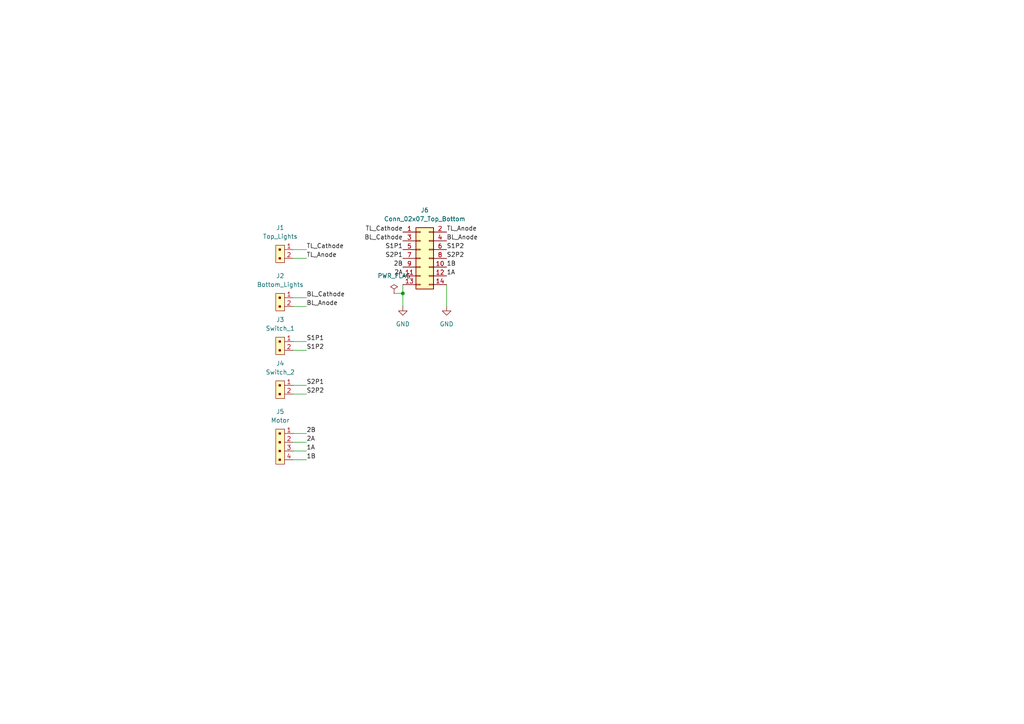
<source format=kicad_sch>
(kicad_sch (version 20231120) (generator "eeschema") (generator_version "8.0")
  (paper "A4")
  (lib_symbols
    (symbol "B2B-XH-A_LF__SN__1" (pin_names (offset 1.016))
      (property "Reference" "J" (at -2.54 -1.27 0))
      (property "Value" "B2B-XH-A_LF__SN_" (at 1.27 -3.81 0))
      (symbol "B2B-XH-A_LF__SN__1_1_1"
        (rectangle (start -1.27 0) (end 3.81 -2.54) (fill (type background)))
        (rectangle (start -0.254 -1.143) (end 0.254 -1.651) (fill (type outline)))
        (rectangle (start 2.286 -1.143) (end 2.794 -1.651) (fill (type outline)))
        (pin passive line (at 0 2.54 270) (length 2.54) (name "~") (number "1"))
        (pin passive line (at 2.54 2.54 270) (length 2.54) (name "~") (number "2"))
      )
    )
    (symbol "B2B-XH-A_LF__SN__2" (pin_names (offset 1.016))
      (property "Reference" "J" (at -2.54 -1.27 0))
      (property "Value" "B2B-XH-A_LF__SN_" (at 1.27 -3.81 0))
      (symbol "B2B-XH-A_LF__SN__2_1_1"
        (rectangle (start -1.27 0) (end 3.81 -2.54) (fill (type background)))
        (rectangle (start -0.254 -1.143) (end 0.254 -1.651) (fill (type outline)))
        (rectangle (start 2.286 -1.143) (end 2.794 -1.651) (fill (type outline)))
        (pin passive line (at 0 2.54 270) (length 2.54) (name "~") (number "1"))
        (pin passive line (at 2.54 2.54 270) (length 2.54) (name "~") (number "2"))
      )
    )
    (symbol "B2B-XH-A_LF__SN__3" (pin_names (offset 1.016))
      (property "Reference" "J" (at -2.54 -1.27 0))
      (property "Value" "B2B-XH-A_LF__SN_" (at 1.27 -3.81 0))
      (symbol "B2B-XH-A_LF__SN__3_1_1"
        (rectangle (start -1.27 0) (end 3.81 -2.54) (fill (type background)))
        (rectangle (start -0.254 -1.143) (end 0.254 -1.651) (fill (type outline)))
        (rectangle (start 2.286 -1.143) (end 2.794 -1.651) (fill (type outline)))
        (pin passive line (at 0 2.54 270) (length 2.54) (name "~") (number "1"))
        (pin passive line (at 2.54 2.54 270) (length 2.54) (name "~") (number "2"))
      )
    )
    (symbol "Connector_Generic:Conn_02x07_Odd_Even" (pin_names (offset 1.016) hide)
      (property "Reference" "J" (at 1.27 10.16 0))
      (property "Value" "Conn_02x07_Odd_Even" (at 1.27 -10.16 0))
      (symbol "Conn_02x07_Odd_Even_1_1"
        (rectangle (start -1.27 -7.493) (end 0 -7.747) (stroke (width 0.1524)))
        (rectangle (start -1.27 -4.953) (end 0 -5.207) (stroke (width 0.1524)))
        (rectangle (start -1.27 -2.413) (end 0 -2.667) (stroke (width 0.1524)))
        (rectangle (start -1.27 0.127) (end 0 -0.127) (stroke (width 0.1524)))
        (rectangle (start -1.27 2.667) (end 0 2.413) (stroke (width 0.1524)))
        (rectangle (start -1.27 5.207) (end 0 4.953) (stroke (width 0.1524)))
        (rectangle (start -1.27 7.747) (end 0 7.493) (stroke (width 0.1524)))
        (rectangle (start -1.27 8.89) (end 3.81 -8.89) (stroke (width 0.254)) (fill (type background)))
        (rectangle (start 3.81 -7.493) (end 2.54 -7.747) (stroke (width 0.1524)))
        (rectangle (start 3.81 -4.953) (end 2.54 -5.207) (stroke (width 0.1524)))
        (rectangle (start 3.81 -2.413) (end 2.54 -2.667) (stroke (width 0.1524)))
        (rectangle (start 3.81 0.127) (end 2.54 -0.127) (stroke (width 0.1524)))
        (rectangle (start 3.81 2.667) (end 2.54 2.413) (stroke (width 0.1524)))
        (rectangle (start 3.81 5.207) (end 2.54 4.953) (stroke (width 0.1524)))
        (rectangle (start 3.81 7.747) (end 2.54 7.493) (stroke (width 0.1524)))
        (pin passive line (at -5.08 7.62 0) (length 3.81) (name "Pin_1") (number "1"))
        (pin passive line (at 7.62 -2.54 180) (length 3.81) (name "Pin_10") (number "10"))
        (pin passive line (at -5.08 -5.08 0) (length 3.81) (name "Pin_11") (number "11"))
        (pin passive line (at 7.62 -5.08 180) (length 3.81) (name "Pin_12") (number "12"))
        (pin passive line (at -5.08 -7.62 0) (length 3.81) (name "Pin_13") (number "13"))
        (pin passive line (at 7.62 -7.62 180) (length 3.81) (name "Pin_14") (number "14"))
        (pin passive line (at 7.62 7.62 180) (length 3.81) (name "Pin_2") (number "2"))
        (pin passive line (at -5.08 5.08 0) (length 3.81) (name "Pin_3") (number "3"))
        (pin passive line (at 7.62 5.08 180) (length 3.81) (name "Pin_4") (number "4"))
        (pin passive line (at -5.08 2.54 0) (length 3.81) (name "Pin_5") (number "5"))
        (pin passive line (at 7.62 2.54 180) (length 3.81) (name "Pin_6") (number "6"))
        (pin passive line (at -5.08 0 0) (length 3.81) (name "Pin_7") (number "7"))
        (pin passive line (at 7.62 0 180) (length 3.81) (name "Pin_8") (number "8"))
        (pin passive line (at -5.08 -2.54 0) (length 3.81) (name "Pin_9") (number "9"))
      )
    )
    (symbol "dk_Rectangular-Connectors-Headers-Male-Pins:B2B-XH-A_LF__SN_" (pin_names (offset 1.016))
      (property "Reference" "J" (at -2.54 -1.27 0))
      (property "Value" "B2B-XH-A_LF__SN_" (at 1.27 -3.81 0))
      (symbol "B2B-XH-A_LF__SN__1_1"
        (rectangle (start -1.27 0) (end 3.81 -2.54) (fill (type background)))
        (rectangle (start -0.254 -1.143) (end 0.254 -1.651) (fill (type outline)))
        (rectangle (start 2.286 -1.143) (end 2.794 -1.651) (fill (type outline)))
        (pin passive line (at 0 2.54 270) (length 2.54) (name "~") (number "1"))
        (pin passive line (at 2.54 2.54 270) (length 2.54) (name "~") (number "2"))
      )
    )
    (symbol "dk_Rectangular-Connectors-Headers-Male-Pins:B4B-XH-A_LF__SN_" (pin_names (offset 1.016))
      (property "Reference" "J" (at -2.54 -1.27 0))
      (property "Value" "B4B-XH-A_LF__SN_" (at 3.81 -3.81 0))
      (symbol "B4B-XH-A_LF__SN__1_1"
        (rectangle (start -1.27 0) (end 8.89 -2.54) (fill (type background)))
        (rectangle (start -0.254 -1.143) (end 0.254 -1.651) (fill (type outline)))
        (rectangle (start 2.286 -1.143) (end 2.794 -1.651) (fill (type outline)))
        (rectangle (start 4.826 -1.143) (end 5.334 -1.651) (fill (type outline)))
        (rectangle (start 7.366 -1.143) (end 7.874 -1.651) (fill (type outline)))
        (pin passive line (at 0 2.54 270) (length 2.54) (name "~") (number "1"))
        (pin passive line (at 2.54 2.54 270) (length 2.54) (name "~") (number "2"))
        (pin passive line (at 5.08 2.54 270) (length 2.54) (name "~") (number "3"))
        (pin passive line (at 7.62 2.54 270) (length 2.54) (name "~") (number "4"))
      )
    )
    (symbol "power:GND" (power) (pin_numbers hide) (pin_names (offset 0) hide)
      (property "Value" "GND" (at 0 -3.81 0))
      (symbol "GND_0_1"
        (polyline (pts (xy 0 0) (xy 0 -1.27) (xy 1.27 -1.27) (xy 0 -2.54) (xy -1.27 -1.27) (xy 0 -1.27)))
      )
      (symbol "GND_1_1"
        (pin power_in line (at 0 0 270) (length 0) (name "~") (number "1"))
      )
    )
    (symbol "power:PWR_FLAG" (power) (pin_numbers hide) (pin_names (offset 0) hide)
      (property "Value" "PWR_FLAG" (at 0 3.81 0))
      (symbol "PWR_FLAG_0_0"
        (pin power_out line (at 0 0 90) (length 0) (name "~") (number "1"))
      )
      (symbol "PWR_FLAG_0_1"
        (polyline (pts (xy 0 0) (xy 0 1.27) (xy -1.016 1.905) (xy 0 2.54) (xy 1.016 1.905) (xy 0 1.27)))
      )
    )
  )
  (junction (at 116.84 85.09))
  (wire (pts (xy 85.09 88.9) (xy 88.9 88.9)))
  (wire (pts (xy 85.09 86.36) (xy 88.9 86.36)))
  (wire (pts (xy 129.54 88.9) (xy 129.54 82.55)))
  (wire (pts (xy 85.09 74.93) (xy 88.9 74.93)))
  (wire (pts (xy 85.09 111.76) (xy 88.9 111.76)))
  (wire (pts (xy 85.09 130.81) (xy 88.9 130.81)))
  (wire (pts (xy 116.84 88.9) (xy 116.84 85.09)))
  (wire (pts (xy 85.09 114.3) (xy 88.9 114.3)))
  (wire (pts (xy 85.09 72.39) (xy 88.9 72.39)))
  (wire (pts (xy 116.84 85.09) (xy 116.84 82.55)))
  (wire (pts (xy 85.09 133.35) (xy 88.9 133.35)))
  (wire (pts (xy 114.3 85.09) (xy 116.84 85.09)))
  (wire (pts (xy 85.09 125.73) (xy 88.9 125.73)))
  (wire (pts (xy 85.09 128.27) (xy 88.9 128.27)))
  (wire (pts (xy 85.09 101.6) (xy 88.9 101.6)))
  (wire (pts (xy 85.09 99.06) (xy 88.9 99.06)))
  (label "S1P1" (at 88.9 99.06 0))
  (label "TL_Cathode" (at 88.9 72.39 0))
  (label "BL_Cathode" (at 116.84 69.85 180))
  (label "TL_Anode" (at 129.54 67.31 0))
  (label "TL_Cathode" (at 116.84 67.31 180))
  (label "2A" (at 88.9 128.27 0))
  (label "TL_Anode" (at 88.9 74.93 0))
  (label "S1P2" (at 129.54 72.39 0))
  (label "S2P2" (at 129.54 74.93 0))
  (label "S2P1" (at 88.9 111.76 0))
  (label "1B" (at 129.54 77.47 0))
  (label "S1P1" (at 116.84 72.39 180))
  (label "2B" (at 88.9 125.73 0))
  (label "BL_Cathode" (at 88.9 86.36 0))
  (label "1A" (at 88.9 130.81 0))
  (label "2A" (at 116.84 80.01 180))
  (label "2B" (at 116.84 77.47 180))
  (label "S2P2" (at 88.9 114.3 0))
  (label "1B" (at 88.9 133.35 0))
  (label "S1P2" (at 88.9 101.6 0))
  (label "S2P1" (at 116.84 74.93 180))
  (label "1A" (at 129.54 80.01 0))
  (label "BL_Anode" (at 88.9 88.9 0))
  (label "BL_Anode" (at 129.54 69.85 0))
  (symbol (lib_id "Connector_Generic:Conn_02x07_Odd_Even") (at 121.92 74.93 0) (unit 1)
    (property "Reference" "J6" (at 123.19 60.96 0))
    (property "Value" "Conn_02x07_Top_Bottom" (at 123.19 63.5 0))
    (property "Footprint" "Connector_IDC:IDC-Header_2x07_P2.54mm_Vertical" (effects (hide yes)))
  )
  (symbol (lib_name "B2B-XH-A_LF__SN__2") (lib_id "dk_Rectangular-Connectors-Headers-Male-Pins:B2B-XH-A_LF__SN_") (at 82.55 86.36 270) (unit 1)
    (property "Reference" "J2" (at 81.28 80.01 90))
    (property "Value" "Bottom_Lights" (at 81.28 82.55 90))
    (property "Footprint" "digikey-footprints:PinHeader_1x2_P2mm_Drill1mm" (effects (hide yes)))
    (property "Datasheet" "http://www.jst-mfg.com/product/pdf/eng/eXH.pdf" (effects (hide yes)))
    (property "Description" "CONN HEADER VERT 2POS 2.5MM" (effects (hide yes)))
    (property "Digi-Key_PN" "455-2247-ND" (effects (hide yes)))
    (property "MPN" "B2B-XH-A(LF)(SN)" (effects (hide yes)))
    (property "Category" "Connectors, Interconnects" (effects (hide yes)))
    (property "Family" "Rectangular Connectors - Headers, Male Pins" (effects (hide yes)))
    (property "DK_Datasheet_Link" "http://www.jst-mfg.com/product/pdf/eng/eXH.pdf" (effects (hide yes)))
    (property "DK_Detail_Page" "/product-detail/en/jst-sales-america-inc/B2B-XH-A(LF)(SN)/455-2247-ND/1651045" (effects (hide yes)))
    (property "Manufacturer" "JST Sales America Inc." (effects (hide yes)))
    (property "Status" "Active" (effects (hide yes)))
    (property "Description_1" "CONN HEADER VERT 2POS 2.5MM" (effects (hide yes)))
  )
  (symbol (lib_id "dk_Rectangular-Connectors-Headers-Male-Pins:B2B-XH-A_LF__SN_") (at 82.55 111.76 270) (unit 1)
    (property "Reference" "J4" (at 81.28 105.41 90))
    (property "Value" "Switch_2" (at 81.28 107.95 90))
    (property "Footprint" "digikey-footprints:PinHeader_1x2_P2mm_Drill1mm" (effects (hide yes)))
    (property "Datasheet" "http://www.jst-mfg.com/product/pdf/eng/eXH.pdf" (effects (hide yes)))
    (property "Description" "CONN HEADER VERT 2POS 2.5MM" (effects (hide yes)))
    (property "Digi-Key_PN" "455-2247-ND" (effects (hide yes)))
    (property "MPN" "B2B-XH-A(LF)(SN)" (effects (hide yes)))
    (property "Category" "Connectors, Interconnects" (effects (hide yes)))
    (property "Family" "Rectangular Connectors - Headers, Male Pins" (effects (hide yes)))
    (property "DK_Datasheet_Link" "http://www.jst-mfg.com/product/pdf/eng/eXH.pdf" (effects (hide yes)))
    (property "DK_Detail_Page" "/product-detail/en/jst-sales-america-inc/B2B-XH-A(LF)(SN)/455-2247-ND/1651045" (effects (hide yes)))
    (property "Manufacturer" "JST Sales America Inc." (effects (hide yes)))
    (property "Status" "Active" (effects (hide yes)))
    (property "Description_1" "CONN HEADER VERT 2POS 2.5MM" (effects (hide yes)))
  )
  (symbol (lib_id "power:PWR_FLAG") (at 114.3 85.09 0) (unit 1)
    (property "Reference" "#FLG01" (effects (hide yes)))
    (property "Value" "PWR_FLAG" (at 114.3 80.01 0))
    (property "Description" "Special symbol for telling ERC where power comes from" (effects (hide yes)))
  )
  (symbol (lib_id "power:GND") (at 116.84 88.9 0) (unit 1)
    (property "Reference" "#PWR01" (effects (hide yes)))
    (property "Value" "GND" (at 116.84 93.98 0))
    (property "Description" "Power symbol creates a global label with name \"GND\" , ground" (effects (hide yes)))
  )
  (symbol (lib_id "dk_Rectangular-Connectors-Headers-Male-Pins:B4B-XH-A_LF__SN_") (at 82.55 125.73 270) (unit 1)
    (property "Reference" "J5" (at 81.28 119.38 90))
    (property "Value" "Motor" (at 81.28 121.92 90))
    (property "Footprint" "digikey-footprints:PinHeader_1x4_P2mm_Drill1mm" (effects (hide yes)))
    (property "Datasheet" "http://www.jst-mfg.com/product/pdf/eng/eXH.pdf" (effects (hide yes)))
    (property "Description" "CONN HEADER VERT 4POS 2.5MM" (effects (hide yes)))
    (property "Digi-Key_PN" "455-2249-ND" (effects (hide yes)))
    (property "MPN" "B4B-XH-A(LF)(SN)" (effects (hide yes)))
    (property "Category" "Connectors, Interconnects" (effects (hide yes)))
    (property "Family" "Rectangular Connectors - Headers, Male Pins" (effects (hide yes)))
    (property "DK_Datasheet_Link" "http://www.jst-mfg.com/product/pdf/eng/eXH.pdf" (effects (hide yes)))
    (property "DK_Detail_Page" "/product-detail/en/jst-sales-america-inc/B4B-XH-A(LF)(SN)/455-2249-ND/1651047" (effects (hide yes)))
    (property "Manufacturer" "JST Sales America Inc." (effects (hide yes)))
    (property "Status" "Active" (effects (hide yes)))
    (property "Description_1" "CONN HEADER VERT 4POS 2.5MM" (effects (hide yes)))
  )
  (symbol (lib_name "B2B-XH-A_LF__SN__3") (lib_id "dk_Rectangular-Connectors-Headers-Male-Pins:B2B-XH-A_LF__SN_") (at 82.55 99.06 270) (unit 1)
    (property "Reference" "J3" (at 81.28 92.71 90))
    (property "Value" "Switch_1" (at 81.28 95.25 90))
    (property "Footprint" "digikey-footprints:PinHeader_1x2_P2mm_Drill1mm" (effects (hide yes)))
    (property "Datasheet" "http://www.jst-mfg.com/product/pdf/eng/eXH.pdf" (effects (hide yes)))
    (property "Description" "CONN HEADER VERT 2POS 2.5MM" (effects (hide yes)))
    (property "Digi-Key_PN" "455-2247-ND" (effects (hide yes)))
    (property "MPN" "B2B-XH-A(LF)(SN)" (effects (hide yes)))
    (property "Category" "Connectors, Interconnects" (effects (hide yes)))
    (property "Family" "Rectangular Connectors - Headers, Male Pins" (effects (hide yes)))
    (property "DK_Datasheet_Link" "http://www.jst-mfg.com/product/pdf/eng/eXH.pdf" (effects (hide yes)))
    (property "DK_Detail_Page" "/product-detail/en/jst-sales-america-inc/B2B-XH-A(LF)(SN)/455-2247-ND/1651045" (effects (hide yes)))
    (property "Manufacturer" "JST Sales America Inc." (effects (hide yes)))
    (property "Status" "Active" (effects (hide yes)))
    (property "Description_1" "CONN HEADER VERT 2POS 2.5MM" (effects (hide yes)))
  )
  (symbol (lib_name "B2B-XH-A_LF__SN__1") (lib_id "dk_Rectangular-Connectors-Headers-Male-Pins:B2B-XH-A_LF__SN_") (at 82.55 72.39 270) (unit 1)
    (property "Reference" "J1" (at 81.28 66.04 90))
    (property "Value" "Top_Lights" (at 81.28 68.58 90))
    (property "Footprint" "digikey-footprints:PinHeader_1x2_P2mm_Drill1mm" (effects (hide yes)))
    (property "Datasheet" "http://www.jst-mfg.com/product/pdf/eng/eXH.pdf" (effects (hide yes)))
    (property "Description" "CONN HEADER VERT 2POS 2.5MM" (effects (hide yes)))
    (property "Digi-Key_PN" "455-2247-ND" (effects (hide yes)))
    (property "MPN" "B2B-XH-A(LF)(SN)" (effects (hide yes)))
    (property "Category" "Connectors, Interconnects" (effects (hide yes)))
    (property "Family" "Rectangular Connectors - Headers, Male Pins" (effects (hide yes)))
    (property "DK_Datasheet_Link" "http://www.jst-mfg.com/product/pdf/eng/eXH.pdf" (effects (hide yes)))
    (property "DK_Detail_Page" "/product-detail/en/jst-sales-america-inc/B2B-XH-A(LF)(SN)/455-2247-ND/1651045" (effects (hide yes)))
    (property "Manufacturer" "JST Sales America Inc." (effects (hide yes)))
    (property "Status" "Active" (effects (hide yes)))
    (property "Description_1" "CONN HEADER VERT 2POS 2.5MM" (effects (hide yes)))
  )
  (symbol (lib_id "power:GND") (at 129.54 88.9 0) (unit 1)
    (property "Reference" "#PWR02" (effects (hide yes)))
    (property "Value" "GND" (at 129.54 93.98 0))
    (property "Description" "Power symbol creates a global label with name \"GND\" , ground" (effects (hide yes)))
  )
)
</source>
